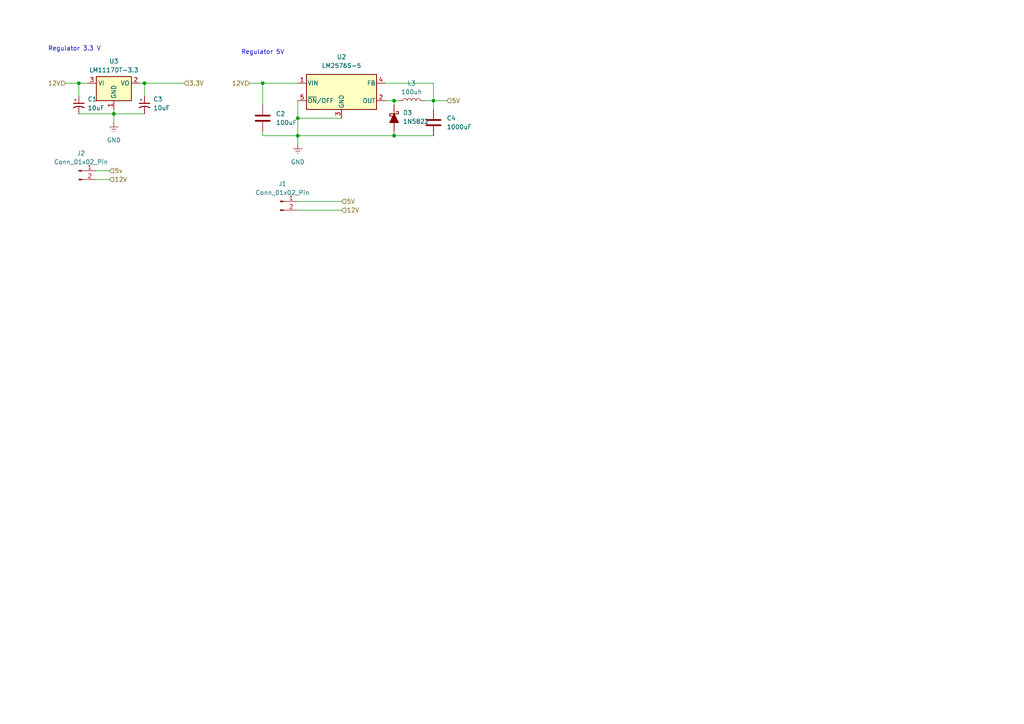
<source format=kicad_sch>
(kicad_sch (version 20231120) (generator "eeschema") (generator_version "8.0")
  (paper "A4")
  (lib_symbols
    (symbol "Connector:Conn_01x02_Pin" (pin_names (offset 1.016) hide)
      (property "Reference" "J" (at 0 2.54 0))
      (property "Value" "Conn_01x02_Pin" (at 0 -5.08 0))
      (symbol "Conn_01x02_Pin_1_1"
        (polyline (pts (xy 1.27 -2.54) (xy 0.8636 -2.54)) (stroke (width 0.1524)))
        (polyline (pts (xy 1.27 0) (xy 0.8636 0)) (stroke (width 0.1524)))
        (rectangle (start 0.8636 -2.413) (end 0 -2.667) (stroke (width 0.1524)) (fill (type outline)))
        (rectangle (start 0.8636 0.127) (end 0 -0.127) (stroke (width 0.1524)) (fill (type outline)))
        (pin passive line (at 5.08 0 180) (length 3.81) (name "Pin_1") (number "1"))
        (pin passive line (at 5.08 -2.54 180) (length 3.81) (name "Pin_2") (number "2"))
      )
    )
    (symbol "Device:C" (pin_numbers hide) (pin_names (offset 0.254))
      (property "Reference" "C" (at 0.635 2.54 0))
      (property "Value" "C" (at 0.635 -2.54 0))
      (symbol "C_0_1"
        (polyline (pts (xy -2.032 -0.762) (xy 2.032 -0.762)) (stroke (width 0.508)))
        (polyline (pts (xy -2.032 0.762) (xy 2.032 0.762)) (stroke (width 0.508)))
      )
      (symbol "C_1_1"
        (pin passive line (at 0 3.81 270) (length 2.794) (name "~") (number "1"))
        (pin passive line (at 0 -3.81 90) (length 2.794) (name "~") (number "2"))
      )
    )
    (symbol "Device:C_Polarized_Small_US" (pin_numbers hide) (pin_names (offset 0.254) hide)
      (property "Reference" "C" (at 0.254 1.778 0))
      (property "Value" "C_Polarized_Small_US" (at 0.254 -2.032 0))
      (symbol "C_Polarized_Small_US_0_1"
        (polyline (pts (xy -1.524 0.508) (xy 1.524 0.508)) (stroke (width 0.3048)))
        (polyline (pts (xy -1.27 1.524) (xy -0.762 1.524)))
        (polyline (pts (xy -1.016 1.27) (xy -1.016 1.778)))
        (arc (start 1.524 -0.762) (mid 0 -0.3734) (end -1.524 -0.762) (stroke (width 0.3048)))
      )
      (symbol "C_Polarized_Small_US_1_1"
        (pin passive line (at 0 2.54 270) (length 2.032) (name "~") (number "1"))
        (pin passive line (at 0 -2.54 90) (length 2.032) (name "~") (number "2"))
      )
    )
    (symbol "Device:D_Schottky_Filled" (pin_numbers hide) (pin_names (offset 1.016) hide)
      (property "Reference" "D" (at 0 2.54 0))
      (property "Value" "D_Schottky_Filled" (at 0 -2.54 0))
      (symbol "D_Schottky_Filled_0_1"
        (polyline (pts (xy 1.27 0) (xy -1.27 0)))
        (polyline (pts (xy 1.27 1.27) (xy 1.27 -1.27) (xy -1.27 0) (xy 1.27 1.27)) (stroke (width 0.254)) (fill (type outline)))
        (polyline (pts (xy -1.905 0.635) (xy -1.905 1.27) (xy -1.27 1.27) (xy -1.27 -1.27) (xy -0.635 -1.27) (xy -0.635 -0.635)) (stroke (width 0.254)))
      )
      (symbol "D_Schottky_Filled_1_1"
        (pin passive line (at -3.81 0 0) (length 2.54) (name "K") (number "1"))
        (pin passive line (at 3.81 0 180) (length 2.54) (name "A") (number "2"))
      )
    )
    (symbol "Device:L" (pin_numbers hide) (pin_names (offset 1.016) hide)
      (property "Reference" "L" (at -1.27 0 90))
      (property "Value" "L" (at 1.905 0 90))
      (symbol "L_0_1"
        (arc (start 0 -2.54) (mid 0.6323 -1.905) (end 0 -1.27))
        (arc (start 0 -1.27) (mid 0.6323 -0.635) (end 0 0))
        (arc (start 0 0) (mid 0.6323 0.635) (end 0 1.27))
        (arc (start 0 1.27) (mid 0.6323 1.905) (end 0 2.54))
      )
      (symbol "L_1_1"
        (pin passive line (at 0 3.81 270) (length 1.27) (name "1") (number "1"))
        (pin passive line (at 0 -3.81 90) (length 1.27) (name "2") (number "2"))
      )
    )
    (symbol "Regulator_Linear:LM1117DT-3.3"
      (property "Reference" "U" (at -3.81 3.175 0))
      (property "Value" "LM1117DT-3.3" (at 0 3.175 0))
      (symbol "LM1117DT-3.3_0_1"
        (rectangle (start -5.08 -5.08) (end 5.08 1.905) (stroke (width 0.254)) (fill (type background)))
      )
      (symbol "LM1117DT-3.3_1_1"
        (pin power_in line (at 0 -7.62 90) (length 2.54) (name "GND") (number "1"))
        (pin power_out line (at 7.62 0 180) (length 2.54) (name "VO") (number "2"))
        (pin power_in line (at -7.62 0 0) (length 2.54) (name "VI") (number "3"))
      )
    )
    (symbol "Regulator_Switching:LM2576S-5" (pin_names (offset 0.254))
      (property "Reference" "U" (at -10.16 6.35 0))
      (property "Value" "LM2576S-5" (at 0 6.35 0))
      (symbol "LM2576S-5_0_1"
        (rectangle (start -10.16 5.08) (end 10.16 -5.08) (stroke (width 0.254)) (fill (type background)))
      )
      (symbol "LM2576S-5_1_1"
        (pin power_in line (at -12.7 2.54 0) (length 2.54) (name "VIN") (number "1"))
        (pin output line (at 12.7 -2.54 180) (length 2.54) (name "OUT") (number "2"))
        (pin power_in line (at 0 -7.62 90) (length 2.54) (name "GND") (number "3"))
        (pin input line (at 12.7 2.54 180) (length 2.54) (name "FB") (number "4"))
        (pin input line (at -12.7 -2.54 0) (length 2.54) (name "~{ON}/OFF") (number "5"))
      )
    )
    (symbol "power:GNDREF" (power) (pin_numbers hide) (pin_names (offset 0) hide)
      (property "Value" "GNDREF" (at 0 -3.81 0))
      (symbol "GNDREF_0_1"
        (polyline (pts (xy -0.635 -1.905) (xy 0.635 -1.905)))
        (polyline (pts (xy -0.127 -2.54) (xy 0.127 -2.54)))
        (polyline (pts (xy 0 -1.27) (xy 0 0)))
        (polyline (pts (xy 1.27 -1.27) (xy -1.27 -1.27)))
      )
      (symbol "GNDREF_1_1"
        (pin power_in line (at 0 0 270) (length 0) (name "~") (number "1"))
      )
    )
  )
  (junction (at 22.86 24.13))
  (junction (at 41.91 24.13))
  (junction (at 33.02 33.02))
  (junction (at 114.3 39.37))
  (junction (at 76.2 24.13))
  (junction (at 125.73 29.21))
  (junction (at 114.3 29.21))
  (junction (at 86.36 39.37))
  (junction (at 86.36 34.29))
  (wire (pts (xy 125.73 24.13) (xy 125.73 29.21)))
  (wire (pts (xy 72.39 24.13) (xy 76.2 24.13)))
  (wire (pts (xy 76.2 24.13) (xy 86.36 24.13)))
  (wire (pts (xy 86.36 39.37) (xy 114.3 39.37)))
  (wire (pts (xy 40.64 24.13) (xy 41.91 24.13)))
  (wire (pts (xy 33.02 33.02) (xy 33.02 35.56)))
  (wire (pts (xy 22.86 24.13) (xy 25.4 24.13)))
  (wire (pts (xy 86.36 39.37) (xy 86.36 41.91)))
  (wire (pts (xy 27.94 49.53) (xy 31.75 49.53)))
  (wire (pts (xy 86.36 34.29) (xy 99.06 34.29)))
  (wire (pts (xy 86.36 34.29) (xy 86.36 39.37)))
  (wire (pts (xy 76.2 24.13) (xy 76.2 30.48)))
  (wire (pts (xy 111.76 29.21) (xy 114.3 29.21)))
  (wire (pts (xy 125.73 29.21) (xy 129.54 29.21)))
  (wire (pts (xy 41.91 24.13) (xy 53.34 24.13)))
  (wire (pts (xy 27.94 52.07) (xy 31.75 52.07)))
  (wire (pts (xy 41.91 24.13) (xy 41.91 27.94)))
  (wire (pts (xy 86.36 29.21) (xy 86.36 34.29)))
  (wire (pts (xy 86.36 58.42) (xy 99.06 58.42)))
  (wire (pts (xy 114.3 38.1) (xy 114.3 39.37)))
  (wire (pts (xy 22.86 33.02) (xy 33.02 33.02)))
  (wire (pts (xy 19.05 24.13) (xy 22.86 24.13)))
  (wire (pts (xy 22.86 24.13) (xy 22.86 27.94)))
  (wire (pts (xy 125.73 29.21) (xy 125.73 31.75)))
  (wire (pts (xy 33.02 33.02) (xy 41.91 33.02)))
  (wire (pts (xy 114.3 39.37) (xy 125.73 39.37)))
  (wire (pts (xy 86.36 60.96) (xy 99.06 60.96)))
  (wire (pts (xy 114.3 29.21) (xy 114.3 30.48)))
  (wire (pts (xy 123.19 29.21) (xy 125.73 29.21)))
  (wire (pts (xy 111.76 24.13) (xy 125.73 24.13)))
  (wire (pts (xy 76.2 38.1) (xy 76.2 39.37)))
  (wire (pts (xy 33.02 31.75) (xy 33.02 33.02)))
  (wire (pts (xy 76.2 39.37) (xy 86.36 39.37)))
  (wire (pts (xy 114.3 29.21) (xy 115.57 29.21)))
  (text "Regulator 5V" (at 76.2 15.24 0) (effects (font (size 1.27 1.27))))
  (text "Regulator 3.3 V" (at 21.59 14.224 0) (effects (font (size 1.27 1.27))))
  (hierarchical_label "5V" (shape input) (at 129.54 29.21 0))
  (hierarchical_label "5v" (shape input) (at 31.75 49.53 0))
  (hierarchical_label "12V" (shape input) (at 19.05 24.13 180))
  (hierarchical_label "5V" (shape input) (at 99.06 58.42 0))
  (hierarchical_label "12V" (shape input) (at 31.75 52.07 0))
  (hierarchical_label "12V" (shape input) (at 99.06 60.96 0))
  (hierarchical_label "12V" (shape input) (at 72.39 24.13 180))
  (hierarchical_label "3.3V" (shape input) (at 53.34 24.13 0))
  (symbol (lib_id "Device:D_Schottky_Filled") (at 114.3 34.29 270) (unit 1)
    (property "Reference" "D3" (at 116.84 32.7024 90) (effects (justify left)))
    (property "Value" "1N5822" (at 116.84 35.2424 90) (effects (justify left)))
    (property "Footprint" "Diode_SMD:D_0201_0603Metric" (effects (hide yes)))
    (property "Description" "Schottky diode, filled shape" (effects (hide yes)))
  )
  (symbol (lib_id "Regulator_Linear:LM1117DT-3.3") (at 33.02 24.13 0) (unit 1)
    (property "Reference" "U3" (at 33.02 17.78 0))
    (property "Value" "LM1117DT-3.3" (at 33.02 20.32 0))
    (property "Footprint" "Package_TO_SOT_SMD:TO-252-2" (effects (hide yes)))
    (property "Datasheet" "http://www.ti.com/lit/ds/symlink/lm1117.pdf" (effects (hide yes)))
    (property "Description" "800mA Low-Dropout Linear Regulator, 3.3V fixed output, TO-252" (effects (hide yes)))
  )
  (symbol (lib_id "power:GNDREF") (at 86.36 41.91 0) (unit 1)
    (property "Reference" "#PWR02" (effects (hide yes)))
    (property "Value" "GND" (at 86.36 46.99 0))
    (property "Description" "Power symbol creates a global label with name \"GNDREF\" , reference supply ground" (effects (hide yes)))
  )
  (symbol (lib_id "Device:C_Polarized_Small_US") (at 41.91 30.48 0) (unit 1)
    (property "Reference" "C3" (at 44.45 28.7781 0) (effects (justify left)))
    (property "Value" "10uF" (at 44.45 31.3181 0) (effects (justify left)))
    (property "Footprint" "Capacitor_SMD:CP_Elec_3x5.3" (effects (hide yes)))
    (property "Description" "Polarized capacitor, small US symbol" (effects (hide yes)))
  )
  (symbol (lib_id "Connector:Conn_01x02_Pin") (at 22.86 49.53 0) (unit 1)
    (property "Reference" "J2" (at 23.495 44.45 0))
    (property "Value" "Conn_01x02_Pin" (at 23.495 46.99 0))
    (property "Footprint" "Connector:JWT_A3963_1x02_P3.96mm_Vertical" (effects (hide yes)))
    (property "Description" "Generic connector, single row, 01x02, script generated" (effects (hide yes)))
  )
  (symbol (lib_id "Device:L") (at 119.38 29.21 90) (unit 1)
    (property "Reference" "L3" (at 119.38 24.13 90))
    (property "Value" "100uh" (at 119.38 26.67 90))
    (property "Footprint" "Inductor_SMD:L_6.3x6.3_H3" (effects (hide yes)))
    (property "Description" "Inductor" (effects (hide yes)))
  )
  (symbol (lib_id "Connector:Conn_01x02_Pin") (at 81.28 58.42 0) (unit 1)
    (property "Reference" "J1" (at 81.915 53.34 0))
    (property "Value" "Conn_01x02_Pin" (at 81.915 55.88 0))
    (property "Footprint" "Connector:JWT_A3963_1x02_P3.96mm_Vertical" (effects (hide yes)))
    (property "Description" "Generic connector, single row, 01x02, script generated" (effects (hide yes)))
  )
  (symbol (lib_id "Regulator_Switching:LM2576S-5") (at 99.06 26.67 0) (unit 1)
    (property "Reference" "U2" (at 99.06 16.51 0))
    (property "Value" "LM2576S-5" (at 99.06 19.05 0))
    (property "Footprint" "Package_TO_SOT_SMD:TO-263-5_TabPin3" (effects (hide yes)))
    (property "Datasheet" "http://www.ti.com/lit/ds/symlink/lm2576.pdf" (effects (hide yes)))
    (property "Description" "5V, 3A SIMPLE SWITCHER® Step-Down Voltage Regulator, TO-263" (effects (hide yes)))
  )
  (symbol (lib_id "Device:C") (at 125.73 35.56 0) (unit 1)
    (property "Reference" "C4" (at 129.54 34.2899 0) (effects (justify left)))
    (property "Value" "1000uF" (at 129.54 36.8299 0) (effects (justify left)))
    (property "Footprint" "Capacitor_SMD:CP_Elec_3x5.3" (effects (hide yes)))
    (property "Description" "Unpolarized capacitor" (effects (hide yes)))
  )
  (symbol (lib_id "Device:C") (at 76.2 34.29 0) (unit 1)
    (property "Reference" "C2" (at 80.01 33.0199 0) (effects (justify left)))
    (property "Value" "100uF" (at 80.01 35.5599 0) (effects (justify left)))
    (property "Footprint" "Capacitor_SMD:C_Elec_3x5.4" (effects (hide yes)))
    (property "Description" "Unpolarized capacitor" (effects (hide yes)))
  )
  (symbol (lib_id "Device:C_Polarized_Small_US") (at 22.86 30.48 0) (unit 1)
    (property "Reference" "C1" (at 25.4 28.7781 0) (effects (justify left)))
    (property "Value" "10uF" (at 25.4 31.3181 0) (effects (justify left)))
    (property "Footprint" "Capacitor_SMD:CP_Elec_3x5.3" (effects (hide yes)))
    (property "Description" "Polarized capacitor, small US symbol" (effects (hide yes)))
  )
  (symbol (lib_id "power:GNDREF") (at 33.02 35.56 0) (unit 1)
    (property "Reference" "#PWR01" (effects (hide yes)))
    (property "Value" "GND" (at 33.02 40.64 0))
    (property "Description" "Power symbol creates a global label with name \"GNDREF\" , reference supply ground" (effects (hide yes)))
  )
)
</source>
